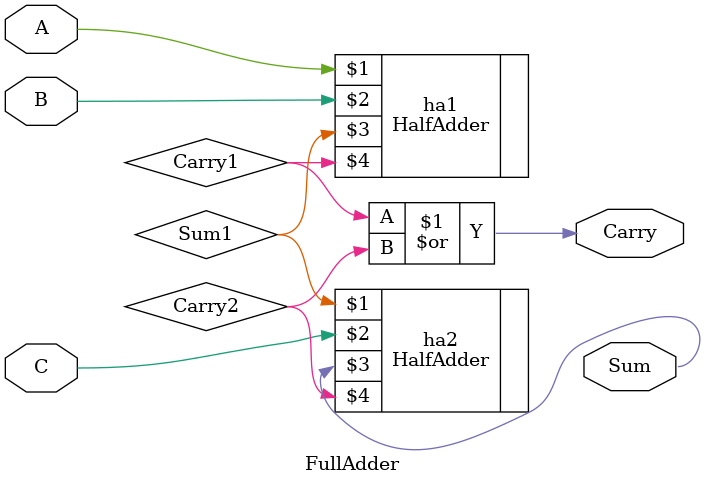
<source format=v>
module FullAdder(A, B, C, Sum, Carry);
    input A, B, C;
    output Sum, Carry;

    wire Sum1, Carry1, Carry2;

    HalfAdder ha1(A, B, Sum1, Carry1);
    HalfAdder ha2(Sum1, C, Sum, Carry2);

    assign Carry = Carry1 | Carry2;
endmodule

</source>
